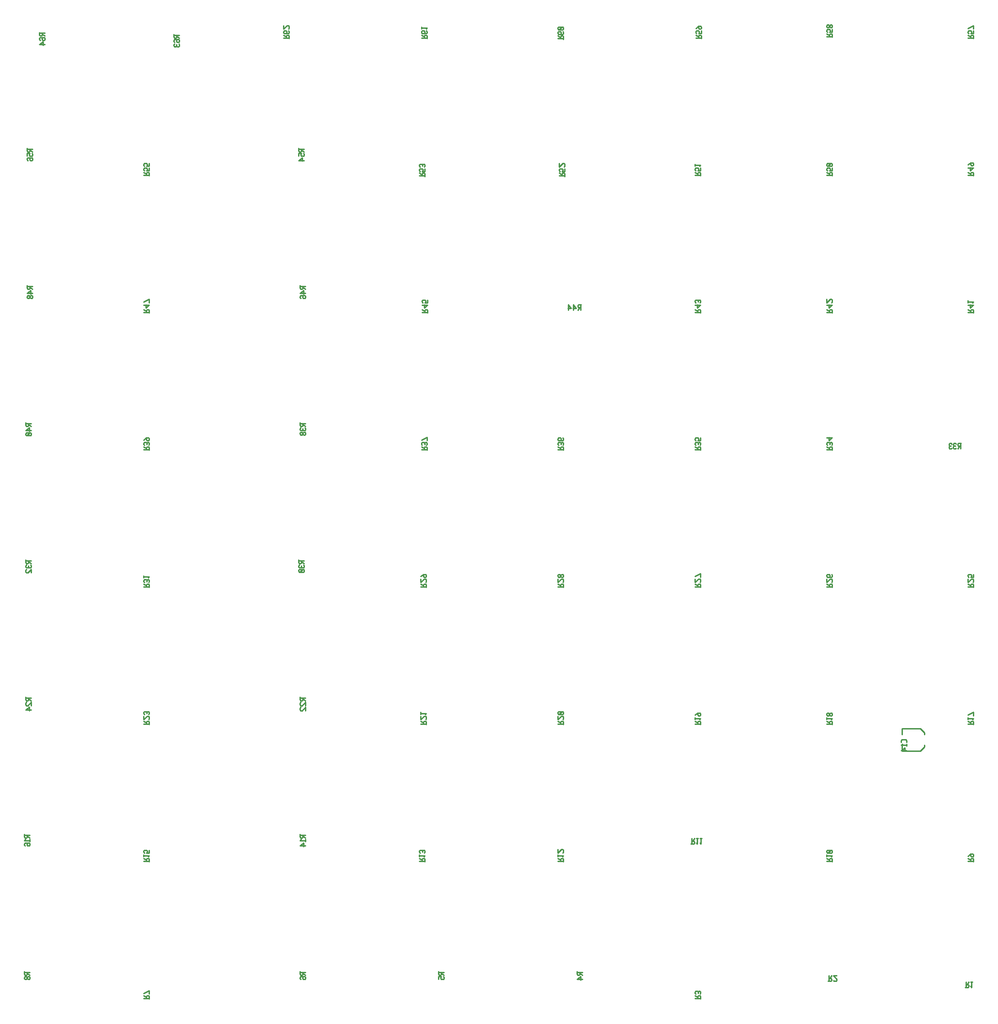
<source format=gbr>
G04 start of page 9 for group -4078 idx -4078 *
G04 Title: (unknown), bottomsilk *
G04 Creator: pcb v4.0.2-g2d695f8b *
G04 CreationDate: Sat Jan 27 08:31:28 2018 UTC *
G04 For: zhenke *
G04 Format: Gerber/RS-274X *
G04 PCB-Dimensions (mil): 7480.31 7283.46 *
G04 PCB-Coordinate-Origin: lower left *
%MOIN*%
%FSLAX25Y25*%
%LNBOTTOMSILK*%
%ADD66C,0.0100*%
G54D66*X670891Y207035D02*Y202720D01*
Y207035D02*X684269D01*
X687269Y204035D01*
Y202720D01*
X670891Y194972D02*Y190657D01*
X684269D01*
X687269Y193657D01*
Y194972D02*Y193657D01*
X617000Y22846D02*X619000D01*
X619500Y23346D01*
Y24346D01*
X619000Y24846D02*X619500Y24346D01*
X617500Y24846D02*X619000D01*
X617500Y22846D02*Y26846D01*
X618300Y24846D02*X619500Y26846D01*
X620700Y23346D02*X621200Y22846D01*
X622700D01*
X623200Y23346D01*
Y24346D01*
X620700Y26846D02*X623200Y24346D01*
X620700Y26846D02*X623200D01*
X717000Y18346D02*X719000D01*
X719500Y18846D01*
Y19846D01*
X719000Y20346D02*X719500Y19846D01*
X717500Y20346D02*X719000D01*
X717500Y18346D02*Y22346D01*
X718300Y20346D02*X719500Y22346D01*
X720700Y19146D02*X721500Y18346D01*
Y22346D01*
X720700D02*X722200D01*
X424000Y209846D02*Y211846D01*
X423500Y212346D01*
X422500D02*X423500D01*
X422000Y211846D02*X422500Y212346D01*
X422000Y210346D02*Y211846D01*
X420000Y210346D02*X424000D01*
X422000Y211146D02*X420000Y212346D01*
X423500Y213546D02*X424000Y214046D01*
Y215546D01*
X423500Y216046D01*
X422500D02*X423500D01*
X420000Y213546D02*X422500Y216046D01*
X420000Y213546D02*Y216046D01*
X420500Y217246D02*X420000Y217746D01*
X420500Y217246D02*X423500D01*
X424000Y217746D01*
Y218746D01*
X423500Y219246D01*
X420500D02*X423500D01*
X420000Y218746D02*X420500Y219246D01*
X420000Y217746D02*Y218746D01*
X421000Y217246D02*X423000Y219246D01*
X524000Y209846D02*Y211846D01*
X523500Y212346D01*
X522500D02*X523500D01*
X522000Y211846D02*X522500Y212346D01*
X522000Y210346D02*Y211846D01*
X520000Y210346D02*X524000D01*
X522000Y211146D02*X520000Y212346D01*
X523200Y213546D02*X524000Y214346D01*
X520000D02*X524000D01*
X520000Y213546D02*Y215046D01*
Y216746D02*X522000Y218246D01*
X523500D01*
X524000Y217746D02*X523500Y218246D01*
X524000Y216746D02*Y217746D01*
X523500Y216246D02*X524000Y216746D01*
X522500Y216246D02*X523500D01*
X522500D02*X522000Y216746D01*
Y218246D01*
X424000Y109846D02*Y111846D01*
X423500Y112346D01*
X422500D02*X423500D01*
X422000Y111846D02*X422500Y112346D01*
X422000Y110346D02*Y111846D01*
X420000Y110346D02*X424000D01*
X422000Y111146D02*X420000Y112346D01*
X423200Y113546D02*X424000Y114346D01*
X420000D02*X424000D01*
X420000Y113546D02*Y115046D01*
X423500Y116246D02*X424000Y116746D01*
Y118246D01*
X423500Y118746D01*
X422500D02*X423500D01*
X420000Y116246D02*X422500Y118746D01*
X420000Y116246D02*Y118746D01*
X424000Y409846D02*Y411846D01*
X423500Y412346D01*
X422500D02*X423500D01*
X422000Y411846D02*X422500Y412346D01*
X422000Y410346D02*Y411846D01*
X420000Y410346D02*X424000D01*
X422000Y411146D02*X420000Y412346D01*
X423500Y413546D02*X424000Y414046D01*
Y415046D01*
X423500Y415546D01*
X420000Y415046D02*X420500Y415546D01*
X420000Y414046D02*Y415046D01*
X420500Y413546D02*X420000Y414046D01*
X422200D02*Y415046D01*
X422700Y415546D02*X423500D01*
X420500D02*X421700D01*
X422200Y415046D01*
X422700Y415546D02*X422200Y415046D01*
X424000Y418246D02*X423500Y418746D01*
X424000Y417246D02*Y418246D01*
X423500Y416746D02*X424000Y417246D01*
X420500Y416746D02*X423500D01*
X420500D02*X420000Y417246D01*
X422200Y418246D02*X421700Y418746D01*
X422200Y416746D02*Y418246D01*
X420000Y417246D02*Y418246D01*
X420500Y418746D01*
X421700D01*
X424000Y309846D02*Y311846D01*
X423500Y312346D01*
X422500D02*X423500D01*
X422000Y311846D02*X422500Y312346D01*
X422000Y310346D02*Y311846D01*
X420000Y310346D02*X424000D01*
X422000Y311146D02*X420000Y312346D01*
X423500Y313546D02*X424000Y314046D01*
Y315546D01*
X423500Y316046D01*
X422500D02*X423500D01*
X420000Y313546D02*X422500Y316046D01*
X420000Y313546D02*Y316046D01*
X420500Y317246D02*X420000Y317746D01*
X420500Y317246D02*X421300D01*
X422000Y317946D01*
Y318546D01*
X421300Y319246D01*
X420500D02*X421300D01*
X420000Y318746D02*X420500Y319246D01*
X420000Y317746D02*Y318746D01*
X422700Y317246D02*X422000Y317946D01*
X422700Y317246D02*X423500D01*
X424000Y317746D01*
Y318746D01*
X423500Y319246D01*
X422700D02*X423500D01*
X422000Y318546D02*X422700Y319246D01*
X524000Y309846D02*Y311846D01*
X523500Y312346D01*
X522500D02*X523500D01*
X522000Y311846D02*X522500Y312346D01*
X522000Y310346D02*Y311846D01*
X520000Y310346D02*X524000D01*
X522000Y311146D02*X520000Y312346D01*
X523500Y313546D02*X524000Y314046D01*
Y315546D01*
X523500Y316046D01*
X522500D02*X523500D01*
X520000Y313546D02*X522500Y316046D01*
X520000Y313546D02*Y316046D01*
Y317746D02*X524000Y319746D01*
Y317246D02*Y319746D01*
X517000Y122846D02*X519000D01*
X519500Y123346D01*
Y124346D01*
X519000Y124846D02*X519500Y124346D01*
X517500Y124846D02*X519000D01*
X517500Y122846D02*Y126846D01*
X518300Y124846D02*X519500Y126846D01*
X520700Y123646D02*X521500Y122846D01*
Y126846D01*
X520700D02*X522200D01*
X523400Y123646D02*X524200Y122846D01*
Y126846D01*
X523400D02*X524900D01*
X434000Y27846D02*Y29846D01*
Y27846D02*X434500Y27346D01*
X435500D01*
X436000Y27846D02*X435500Y27346D01*
X436000Y27846D02*Y29346D01*
X434000D02*X438000D01*
X436000Y28546D02*X438000Y27346D01*
X436500Y26146D02*X434000Y24146D01*
X436500Y23646D02*Y26146D01*
X434000Y24146D02*X438000D01*
X524000Y9846D02*Y11846D01*
X523500Y12346D01*
X522500D02*X523500D01*
X522000Y11846D02*X522500Y12346D01*
X522000Y10346D02*Y11846D01*
X520000Y10346D02*X524000D01*
X522000Y11146D02*X520000Y12346D01*
X523500Y13546D02*X524000Y14046D01*
Y15046D01*
X523500Y15546D01*
X520000Y15046D02*X520500Y15546D01*
X520000Y14046D02*Y15046D01*
X520500Y13546D02*X520000Y14046D01*
X522200D02*Y15046D01*
X522700Y15546D02*X523500D01*
X520500D02*X521700D01*
X522200Y15046D01*
X522700Y15546D02*X522200Y15046D01*
X435000Y515846D02*X437000D01*
X435000D02*X434500Y515346D01*
Y514346D02*Y515346D01*
X435000Y513846D02*X434500Y514346D01*
X435000Y513846D02*X436500D01*
Y511846D02*Y515846D01*
X435700Y513846D02*X434500Y511846D01*
X433300Y513346D02*X431300Y515846D01*
X430800Y513346D02*X433300D01*
X431300Y511846D02*Y515846D01*
X429600Y513346D02*X427600Y515846D01*
X427100Y513346D02*X429600D01*
X427600Y511846D02*Y515846D01*
X323000Y609346D02*Y611346D01*
X322500Y611846D01*
X321500D02*X322500D01*
X321000Y611346D02*X321500Y611846D01*
X321000Y609846D02*Y611346D01*
X319000Y609846D02*X323000D01*
X321000Y610646D02*X319000Y611846D01*
X323000Y613046D02*Y615046D01*
X321000Y613046D02*X323000D01*
X321000D02*X321500Y613546D01*
Y614546D01*
X321000Y615046D01*
X319500D02*X321000D01*
X319000Y614546D02*X319500Y615046D01*
X319000Y613546D02*Y614546D01*
X319500Y613046D02*X319000Y613546D01*
X322500Y616246D02*X323000Y616746D01*
Y617746D01*
X322500Y618246D01*
X319000Y617746D02*X319500Y618246D01*
X319000Y616746D02*Y617746D01*
X319500Y616246D02*X319000Y616746D01*
X321200D02*Y617746D01*
X321700Y618246D02*X322500D01*
X319500D02*X320700D01*
X321200Y617746D01*
X321700Y618246D02*X321200Y617746D01*
X325000Y509846D02*Y511846D01*
X324500Y512346D01*
X323500D02*X324500D01*
X323000Y511846D02*X323500Y512346D01*
X323000Y510346D02*Y511846D01*
X321000Y510346D02*X325000D01*
X323000Y511146D02*X321000Y512346D01*
X322500Y513546D02*X325000Y515546D01*
X322500Y513546D02*Y516046D01*
X321000Y515546D02*X325000D01*
Y517246D02*Y519246D01*
X323000Y517246D02*X325000D01*
X323000D02*X323500Y517746D01*
Y518746D01*
X323000Y519246D01*
X321500D02*X323000D01*
X321000Y518746D02*X321500Y519246D01*
X321000Y517746D02*Y518746D01*
X321500Y517246D02*X321000Y517746D01*
X674239Y196846D02*Y198146D01*
X673539Y198846D02*X674239Y198146D01*
X670939Y198846D02*X673539D01*
X670939D02*X670239Y198146D01*
Y196846D02*Y198146D01*
X671039Y195646D02*X670239Y194846D01*
X674239D01*
Y194146D02*Y195646D01*
X672739Y192946D02*X670239Y190946D01*
X672739Y190446D02*Y192946D01*
X670239Y190946D02*X674239D01*
X620000Y209846D02*Y211846D01*
X619500Y212346D01*
X618500D02*X619500D01*
X618000Y211846D02*X618500Y212346D01*
X618000Y210346D02*Y211846D01*
X616000Y210346D02*X620000D01*
X618000Y211146D02*X616000Y212346D01*
X619200Y213546D02*X620000Y214346D01*
X616000D02*X620000D01*
X616000Y213546D02*Y215046D01*
X616500Y216246D02*X616000Y216746D01*
X616500Y216246D02*X617300D01*
X618000Y216946D01*
Y217546D01*
X617300Y218246D01*
X616500D02*X617300D01*
X616000Y217746D02*X616500Y218246D01*
X616000Y216746D02*Y217746D01*
X618700Y216246D02*X618000Y216946D01*
X618700Y216246D02*X619500D01*
X620000Y216746D01*
Y217746D01*
X619500Y218246D01*
X618700D02*X619500D01*
X618000Y217546D02*X618700Y218246D01*
X620000Y109846D02*Y111846D01*
X619500Y112346D01*
X618500D02*X619500D01*
X618000Y111846D02*X618500Y112346D01*
X618000Y110346D02*Y111846D01*
X616000Y110346D02*X620000D01*
X618000Y111146D02*X616000Y112346D01*
X619200Y113546D02*X620000Y114346D01*
X616000D02*X620000D01*
X616000Y113546D02*Y115046D01*
X616500Y116246D02*X616000Y116746D01*
X616500Y116246D02*X619500D01*
X620000Y116746D01*
Y117746D01*
X619500Y118246D01*
X616500D02*X619500D01*
X616000Y117746D02*X616500Y118246D01*
X616000Y116746D02*Y117746D01*
X617000Y116246D02*X619000Y118246D01*
X723000Y209846D02*Y211846D01*
X722500Y212346D01*
X721500D02*X722500D01*
X721000Y211846D02*X721500Y212346D01*
X721000Y210346D02*Y211846D01*
X719000Y210346D02*X723000D01*
X721000Y211146D02*X719000Y212346D01*
X722200Y213546D02*X723000Y214346D01*
X719000D02*X723000D01*
X719000Y213546D02*Y215046D01*
Y216746D02*X723000Y218746D01*
Y216246D02*Y218746D01*
Y109846D02*Y111846D01*
X722500Y112346D01*
X721500D02*X722500D01*
X721000Y111846D02*X721500Y112346D01*
X721000Y110346D02*Y111846D01*
X719000Y110346D02*X723000D01*
X721000Y111146D02*X719000Y112346D01*
Y114046D02*X721000Y115546D01*
X722500D01*
X723000Y115046D02*X722500Y115546D01*
X723000Y114046D02*Y115046D01*
X722500Y113546D02*X723000Y114046D01*
X721500Y113546D02*X722500D01*
X721500D02*X721000Y114046D01*
Y115546D01*
X232000Y127846D02*Y129846D01*
Y127846D02*X232500Y127346D01*
X233500D01*
X234000Y127846D02*X233500Y127346D01*
X234000Y127846D02*Y129346D01*
X232000D02*X236000D01*
X234000Y128546D02*X236000Y127346D01*
X232800Y126146D02*X232000Y125346D01*
X236000D01*
Y124646D02*Y126146D01*
X234500Y123446D02*X232000Y121446D01*
X234500Y120946D02*Y123446D01*
X232000Y121446D02*X236000D01*
X232000Y27846D02*Y29846D01*
Y27846D02*X232500Y27346D01*
X233500D01*
X234000Y27846D02*X233500Y27346D01*
X234000Y27846D02*Y29346D01*
X232000D02*X236000D01*
X234000Y28546D02*X236000Y27346D01*
X232000Y24646D02*X232500Y24146D01*
X232000Y24646D02*Y25646D01*
X232500Y26146D02*X232000Y25646D01*
X232500Y26146D02*X235500D01*
X236000Y25646D01*
X233800Y24646D02*X234300Y24146D01*
X233800Y24646D02*Y26146D01*
X236000Y24646D02*Y25646D01*
Y24646D02*X235500Y24146D01*
X234300D02*X235500D01*
X232000Y527846D02*Y529846D01*
Y527846D02*X232500Y527346D01*
X233500D01*
X234000Y527846D02*X233500Y527346D01*
X234000Y527846D02*Y529346D01*
X232000D02*X236000D01*
X234000Y528546D02*X236000Y527346D01*
X234500Y526146D02*X232000Y524146D01*
X234500Y523646D02*Y526146D01*
X232000Y524146D02*X236000D01*
X232000Y520946D02*X232500Y520446D01*
X232000Y520946D02*Y521946D01*
X232500Y522446D02*X232000Y521946D01*
X232500Y522446D02*X235500D01*
X236000Y521946D01*
X233800Y520946D02*X234300Y520446D01*
X233800Y520946D02*Y522446D01*
X236000Y520946D02*Y521946D01*
Y520946D02*X235500Y520446D01*
X234300D02*X235500D01*
X122000Y509846D02*Y511846D01*
X121500Y512346D01*
X120500D02*X121500D01*
X120000Y511846D02*X120500Y512346D01*
X120000Y510346D02*Y511846D01*
X118000Y510346D02*X122000D01*
X120000Y511146D02*X118000Y512346D01*
X119500Y513546D02*X122000Y515546D01*
X119500Y513546D02*Y516046D01*
X118000Y515546D02*X122000D01*
X118000Y517746D02*X122000Y519746D01*
Y517246D02*Y519746D01*
X33000Y527846D02*Y529846D01*
Y527846D02*X33500Y527346D01*
X34500D01*
X35000Y527846D02*X34500Y527346D01*
X35000Y527846D02*Y529346D01*
X33000D02*X37000D01*
X35000Y528546D02*X37000Y527346D01*
X35500Y526146D02*X33000Y524146D01*
X35500Y523646D02*Y526146D01*
X33000Y524146D02*X37000D01*
X36500Y522446D02*X37000Y521946D01*
X35700Y522446D02*X36500D01*
X35700D02*X35000Y521746D01*
Y521146D02*Y521746D01*
Y521146D02*X35700Y520446D01*
X36500D01*
X37000Y520946D02*X36500Y520446D01*
X37000Y520946D02*Y521946D01*
X34300Y522446D02*X35000Y521746D01*
X33500Y522446D02*X34300D01*
X33500D02*X33000Y521946D01*
Y520946D02*Y521946D01*
Y520946D02*X33500Y520446D01*
X34300D01*
X35000Y521146D02*X34300Y520446D01*
X32000Y427846D02*Y429846D01*
Y427846D02*X32500Y427346D01*
X33500D01*
X34000Y427846D02*X33500Y427346D01*
X34000Y427846D02*Y429346D01*
X32000D02*X36000D01*
X34000Y428546D02*X36000Y427346D01*
X34500Y426146D02*X32000Y424146D01*
X34500Y423646D02*Y426146D01*
X32000Y424146D02*X36000D01*
X35500Y422446D02*X36000Y421946D01*
X32500Y422446D02*X35500D01*
X32500D02*X32000Y421946D01*
Y420946D02*Y421946D01*
Y420946D02*X32500Y420446D01*
X35500D01*
X36000Y420946D02*X35500Y420446D01*
X36000Y420946D02*Y421946D01*
X35000Y422446D02*X33000Y420446D01*
X232000Y427846D02*Y429846D01*
Y427846D02*X232500Y427346D01*
X233500D01*
X234000Y427846D02*X233500Y427346D01*
X234000Y427846D02*Y429346D01*
X232000D02*X236000D01*
X234000Y428546D02*X236000Y427346D01*
X232500Y426146D02*X232000Y425646D01*
Y424646D02*Y425646D01*
Y424646D02*X232500Y424146D01*
X236000Y424646D02*X235500Y424146D01*
X236000Y424646D02*Y425646D01*
X235500Y426146D02*X236000Y425646D01*
X233800Y424646D02*Y425646D01*
X232500Y424146D02*X233300D01*
X234300D02*X235500D01*
X234300D02*X233800Y424646D01*
X233300Y424146D02*X233800Y424646D01*
X235500Y422946D02*X236000Y422446D01*
X234700Y422946D02*X235500D01*
X234700D02*X234000Y422246D01*
Y421646D02*Y422246D01*
Y421646D02*X234700Y420946D01*
X235500D01*
X236000Y421446D02*X235500Y420946D01*
X236000Y421446D02*Y422446D01*
X233300Y422946D02*X234000Y422246D01*
X232500Y422946D02*X233300D01*
X232500D02*X232000Y422446D01*
Y421446D02*Y422446D01*
Y421446D02*X232500Y420946D01*
X233300D01*
X234000Y421646D02*X233300Y420946D01*
X42000Y712346D02*Y714346D01*
Y712346D02*X42500Y711846D01*
X43500D01*
X44000Y712346D02*X43500Y711846D01*
X44000Y712346D02*Y713846D01*
X42000D02*X46000D01*
X44000Y713046D02*X46000Y711846D01*
X42000Y709146D02*X42500Y708646D01*
X42000Y709146D02*Y710146D01*
X42500Y710646D02*X42000Y710146D01*
X42500Y710646D02*X45500D01*
X46000Y710146D01*
X43800Y709146D02*X44300Y708646D01*
X43800Y709146D02*Y710646D01*
X46000Y709146D02*Y710146D01*
Y709146D02*X45500Y708646D01*
X44300D02*X45500D01*
X44500Y707446D02*X42000Y705446D01*
X44500Y704946D02*Y707446D01*
X42000Y705446D02*X46000D01*
X33000Y627846D02*Y629846D01*
Y627846D02*X33500Y627346D01*
X34500D01*
X35000Y627846D02*X34500Y627346D01*
X35000Y627846D02*Y629346D01*
X33000D02*X37000D01*
X35000Y628546D02*X37000Y627346D01*
X33000Y624146D02*Y626146D01*
X35000D01*
X34500Y625646D01*
Y624646D02*Y625646D01*
Y624646D02*X35000Y624146D01*
X36500D01*
X37000Y624646D02*X36500Y624146D01*
X37000Y624646D02*Y625646D01*
X36500Y626146D02*X37000Y625646D01*
X33000Y621446D02*X33500Y620946D01*
X33000Y621446D02*Y622446D01*
X33500Y622946D02*X33000Y622446D01*
X33500Y622946D02*X36500D01*
X37000Y622446D01*
X34800Y621446D02*X35300Y620946D01*
X34800Y621446D02*Y622946D01*
X37000Y621446D02*Y622446D01*
Y621446D02*X36500Y620946D01*
X35300D02*X36500D01*
X224000Y709846D02*Y711846D01*
X223500Y712346D01*
X222500D02*X223500D01*
X222000Y711846D02*X222500Y712346D01*
X222000Y710346D02*Y711846D01*
X220000Y710346D02*X224000D01*
X222000Y711146D02*X220000Y712346D01*
X224000Y715046D02*X223500Y715546D01*
X224000Y714046D02*Y715046D01*
X223500Y713546D02*X224000Y714046D01*
X220500Y713546D02*X223500D01*
X220500D02*X220000Y714046D01*
X222200Y715046D02*X221700Y715546D01*
X222200Y713546D02*Y715046D01*
X220000Y714046D02*Y715046D01*
X220500Y715546D01*
X221700D01*
X223500Y716746D02*X224000Y717246D01*
Y718746D01*
X223500Y719246D01*
X222500D02*X223500D01*
X220000Y716746D02*X222500Y719246D01*
X220000Y716746D02*Y719246D01*
X140000Y710846D02*Y712846D01*
Y710846D02*X140500Y710346D01*
X141500D01*
X142000Y710846D02*X141500Y710346D01*
X142000Y710846D02*Y712346D01*
X140000D02*X144000D01*
X142000Y711546D02*X144000Y710346D01*
X140000Y707646D02*X140500Y707146D01*
X140000Y707646D02*Y708646D01*
X140500Y709146D02*X140000Y708646D01*
X140500Y709146D02*X143500D01*
X144000Y708646D01*
X141800Y707646D02*X142300Y707146D01*
X141800Y707646D02*Y709146D01*
X144000Y707646D02*Y708646D01*
Y707646D02*X143500Y707146D01*
X142300D02*X143500D01*
X140500Y705946D02*X140000Y705446D01*
Y704446D02*Y705446D01*
Y704446D02*X140500Y703946D01*
X144000Y704446D02*X143500Y703946D01*
X144000Y704446D02*Y705446D01*
X143500Y705946D02*X144000Y705446D01*
X141800Y704446D02*Y705446D01*
X140500Y703946D02*X141300D01*
X142300D02*X143500D01*
X142300D02*X141800Y704446D01*
X141300Y703946D02*X141800Y704446D01*
X122000Y609846D02*Y611846D01*
X121500Y612346D01*
X120500D02*X121500D01*
X120000Y611846D02*X120500Y612346D01*
X120000Y610346D02*Y611846D01*
X118000Y610346D02*X122000D01*
X120000Y611146D02*X118000Y612346D01*
X122000Y613546D02*Y615546D01*
X120000Y613546D02*X122000D01*
X120000D02*X120500Y614046D01*
Y615046D01*
X120000Y615546D01*
X118500D02*X120000D01*
X118000Y615046D02*X118500Y615546D01*
X118000Y614046D02*Y615046D01*
X118500Y613546D02*X118000Y614046D01*
X122000Y616746D02*Y618746D01*
X120000Y616746D02*X122000D01*
X120000D02*X120500Y617246D01*
Y618246D01*
X120000Y618746D01*
X118500D02*X120000D01*
X118000Y618246D02*X118500Y618746D01*
X118000Y617246D02*Y618246D01*
X118500Y616746D02*X118000Y617246D01*
X231000Y627846D02*Y629846D01*
Y627846D02*X231500Y627346D01*
X232500D01*
X233000Y627846D02*X232500Y627346D01*
X233000Y627846D02*Y629346D01*
X231000D02*X235000D01*
X233000Y628546D02*X235000Y627346D01*
X231000Y624146D02*Y626146D01*
X233000D01*
X232500Y625646D01*
Y624646D02*Y625646D01*
Y624646D02*X233000Y624146D01*
X234500D01*
X235000Y624646D02*X234500Y624146D01*
X235000Y624646D02*Y625646D01*
X234500Y626146D02*X235000Y625646D01*
X233500Y622946D02*X231000Y620946D01*
X233500Y620446D02*Y622946D01*
X231000Y620946D02*X235000D01*
X122000Y409846D02*Y411846D01*
X121500Y412346D01*
X120500D02*X121500D01*
X120000Y411846D02*X120500Y412346D01*
X120000Y410346D02*Y411846D01*
X118000Y410346D02*X122000D01*
X120000Y411146D02*X118000Y412346D01*
X121500Y413546D02*X122000Y414046D01*
Y415046D01*
X121500Y415546D01*
X118000Y415046D02*X118500Y415546D01*
X118000Y414046D02*Y415046D01*
X118500Y413546D02*X118000Y414046D01*
X120200D02*Y415046D01*
X120700Y415546D02*X121500D01*
X118500D02*X119700D01*
X120200Y415046D01*
X120700Y415546D02*X120200Y415046D01*
X118000Y417246D02*X120000Y418746D01*
X121500D01*
X122000Y418246D02*X121500Y418746D01*
X122000Y417246D02*Y418246D01*
X121500Y416746D02*X122000Y417246D01*
X120500Y416746D02*X121500D01*
X120500D02*X120000Y417246D01*
Y418746D01*
X122000Y309846D02*Y311846D01*
X121500Y312346D01*
X120500D02*X121500D01*
X120000Y311846D02*X120500Y312346D01*
X120000Y310346D02*Y311846D01*
X118000Y310346D02*X122000D01*
X120000Y311146D02*X118000Y312346D01*
X121500Y313546D02*X122000Y314046D01*
Y315046D01*
X121500Y315546D01*
X118000Y315046D02*X118500Y315546D01*
X118000Y314046D02*Y315046D01*
X118500Y313546D02*X118000Y314046D01*
X120200D02*Y315046D01*
X120700Y315546D02*X121500D01*
X118500D02*X119700D01*
X120200Y315046D01*
X120700Y315546D02*X120200Y315046D01*
X121200Y316746D02*X122000Y317546D01*
X118000D02*X122000D01*
X118000Y316746D02*Y318246D01*
X122000Y209846D02*Y211846D01*
X121500Y212346D01*
X120500D02*X121500D01*
X120000Y211846D02*X120500Y212346D01*
X120000Y210346D02*Y211846D01*
X118000Y210346D02*X122000D01*
X120000Y211146D02*X118000Y212346D01*
X121500Y213546D02*X122000Y214046D01*
Y215546D01*
X121500Y216046D01*
X120500D02*X121500D01*
X118000Y213546D02*X120500Y216046D01*
X118000Y213546D02*Y216046D01*
X121500Y217246D02*X122000Y217746D01*
Y218746D01*
X121500Y219246D01*
X118000Y218746D02*X118500Y219246D01*
X118000Y217746D02*Y218746D01*
X118500Y217246D02*X118000Y217746D01*
X120200D02*Y218746D01*
X120700Y219246D02*X121500D01*
X118500D02*X119700D01*
X120200Y218746D01*
X120700Y219246D02*X120200Y218746D01*
X122000Y109846D02*Y111846D01*
X121500Y112346D01*
X120500D02*X121500D01*
X120000Y111846D02*X120500Y112346D01*
X120000Y110346D02*Y111846D01*
X118000Y110346D02*X122000D01*
X120000Y111146D02*X118000Y112346D01*
X121200Y113546D02*X122000Y114346D01*
X118000D02*X122000D01*
X118000Y113546D02*Y115046D01*
X122000Y116246D02*Y118246D01*
X120000Y116246D02*X122000D01*
X120000D02*X120500Y116746D01*
Y117746D01*
X120000Y118246D01*
X118500D02*X120000D01*
X118000Y117746D02*X118500Y118246D01*
X118000Y116746D02*Y117746D01*
X118500Y116246D02*X118000Y116746D01*
X122000Y9846D02*Y11846D01*
X121500Y12346D01*
X120500D02*X121500D01*
X120000Y11846D02*X120500Y12346D01*
X120000Y10346D02*Y11846D01*
X118000Y10346D02*X122000D01*
X120000Y11146D02*X118000Y12346D01*
Y14046D02*X122000Y16046D01*
Y13546D02*Y16046D01*
X32000Y327846D02*Y329846D01*
Y327846D02*X32500Y327346D01*
X33500D01*
X34000Y327846D02*X33500Y327346D01*
X34000Y327846D02*Y329346D01*
X32000D02*X36000D01*
X34000Y328546D02*X36000Y327346D01*
X32500Y326146D02*X32000Y325646D01*
Y324646D02*Y325646D01*
Y324646D02*X32500Y324146D01*
X36000Y324646D02*X35500Y324146D01*
X36000Y324646D02*Y325646D01*
X35500Y326146D02*X36000Y325646D01*
X33800Y324646D02*Y325646D01*
X32500Y324146D02*X33300D01*
X34300D02*X35500D01*
X34300D02*X33800Y324646D01*
X33300Y324146D02*X33800Y324646D01*
X32500Y322946D02*X32000Y322446D01*
Y320946D02*Y322446D01*
Y320946D02*X32500Y320446D01*
X33500D01*
X36000Y322946D02*X33500Y320446D01*
X36000D02*Y322946D01*
X32000Y227846D02*Y229846D01*
Y227846D02*X32500Y227346D01*
X33500D01*
X34000Y227846D02*X33500Y227346D01*
X34000Y227846D02*Y229346D01*
X32000D02*X36000D01*
X34000Y228546D02*X36000Y227346D01*
X32500Y226146D02*X32000Y225646D01*
Y224146D02*Y225646D01*
Y224146D02*X32500Y223646D01*
X33500D01*
X36000Y226146D02*X33500Y223646D01*
X36000D02*Y226146D01*
X34500Y222446D02*X32000Y220446D01*
X34500Y219946D02*Y222446D01*
X32000Y220446D02*X36000D01*
X333000Y27846D02*Y29846D01*
Y27846D02*X333500Y27346D01*
X334500D01*
X335000Y27846D02*X334500Y27346D01*
X335000Y27846D02*Y29346D01*
X333000D02*X337000D01*
X335000Y28546D02*X337000Y27346D01*
X333000Y24146D02*Y26146D01*
X335000D01*
X334500Y25646D01*
Y24646D02*Y25646D01*
Y24646D02*X335000Y24146D01*
X336500D01*
X337000Y24646D02*X336500Y24146D01*
X337000Y24646D02*Y25646D01*
X336500Y26146D02*X337000Y25646D01*
X324500Y409846D02*Y411846D01*
X324000Y412346D01*
X323000D02*X324000D01*
X322500Y411846D02*X323000Y412346D01*
X322500Y410346D02*Y411846D01*
X320500Y410346D02*X324500D01*
X322500Y411146D02*X320500Y412346D01*
X324000Y413546D02*X324500Y414046D01*
Y415046D01*
X324000Y415546D01*
X320500Y415046D02*X321000Y415546D01*
X320500Y414046D02*Y415046D01*
X321000Y413546D02*X320500Y414046D01*
X322700D02*Y415046D01*
X323200Y415546D02*X324000D01*
X321000D02*X322200D01*
X322700Y415046D01*
X323200Y415546D02*X322700Y415046D01*
X320500Y417246D02*X324500Y419246D01*
Y416746D02*Y419246D01*
X324000Y309846D02*Y311846D01*
X323500Y312346D01*
X322500D02*X323500D01*
X322000Y311846D02*X322500Y312346D01*
X322000Y310346D02*Y311846D01*
X320000Y310346D02*X324000D01*
X322000Y311146D02*X320000Y312346D01*
X323500Y313546D02*X324000Y314046D01*
Y315546D01*
X323500Y316046D01*
X322500D02*X323500D01*
X320000Y313546D02*X322500Y316046D01*
X320000Y313546D02*Y316046D01*
Y317746D02*X322000Y319246D01*
X323500D01*
X324000Y318746D02*X323500Y319246D01*
X324000Y317746D02*Y318746D01*
X323500Y317246D02*X324000Y317746D01*
X322500Y317246D02*X323500D01*
X322500D02*X322000Y317746D01*
Y319246D01*
X324000Y209846D02*Y211846D01*
X323500Y212346D01*
X322500D02*X323500D01*
X322000Y211846D02*X322500Y212346D01*
X322000Y210346D02*Y211846D01*
X320000Y210346D02*X324000D01*
X322000Y211146D02*X320000Y212346D01*
X323500Y213546D02*X324000Y214046D01*
Y215546D01*
X323500Y216046D01*
X322500D02*X323500D01*
X320000Y213546D02*X322500Y216046D01*
X320000Y213546D02*Y216046D01*
X323200Y217246D02*X324000Y218046D01*
X320000D02*X324000D01*
X320000Y217246D02*Y218746D01*
X323000Y109846D02*Y111846D01*
X322500Y112346D01*
X321500D02*X322500D01*
X321000Y111846D02*X321500Y112346D01*
X321000Y110346D02*Y111846D01*
X319000Y110346D02*X323000D01*
X321000Y111146D02*X319000Y112346D01*
X322200Y113546D02*X323000Y114346D01*
X319000D02*X323000D01*
X319000Y113546D02*Y115046D01*
X322500Y116246D02*X323000Y116746D01*
Y117746D01*
X322500Y118246D01*
X319000Y117746D02*X319500Y118246D01*
X319000Y116746D02*Y117746D01*
X319500Y116246D02*X319000Y116746D01*
X321200D02*Y117746D01*
X321700Y118246D02*X322500D01*
X319500D02*X320700D01*
X321200Y117746D01*
X321700Y118246D02*X321200Y117746D01*
X231000Y327846D02*Y329846D01*
Y327846D02*X231500Y327346D01*
X232500D01*
X233000Y327846D02*X232500Y327346D01*
X233000Y327846D02*Y329346D01*
X231000D02*X235000D01*
X233000Y328546D02*X235000Y327346D01*
X231500Y326146D02*X231000Y325646D01*
Y324646D02*Y325646D01*
Y324646D02*X231500Y324146D01*
X235000Y324646D02*X234500Y324146D01*
X235000Y324646D02*Y325646D01*
X234500Y326146D02*X235000Y325646D01*
X232800Y324646D02*Y325646D01*
X231500Y324146D02*X232300D01*
X233300D02*X234500D01*
X233300D02*X232800Y324646D01*
X232300Y324146D02*X232800Y324646D01*
X234500Y322946D02*X235000Y322446D01*
X231500Y322946D02*X234500D01*
X231500D02*X231000Y322446D01*
Y321446D02*Y322446D01*
Y321446D02*X231500Y320946D01*
X234500D01*
X235000Y321446D02*X234500Y320946D01*
X235000Y321446D02*Y322446D01*
X234000Y322946D02*X232000Y320946D01*
Y227846D02*Y229846D01*
Y227846D02*X232500Y227346D01*
X233500D01*
X234000Y227846D02*X233500Y227346D01*
X234000Y227846D02*Y229346D01*
X232000D02*X236000D01*
X234000Y228546D02*X236000Y227346D01*
X232500Y226146D02*X232000Y225646D01*
Y224146D02*Y225646D01*
Y224146D02*X232500Y223646D01*
X233500D01*
X236000Y226146D02*X233500Y223646D01*
X236000D02*Y226146D01*
X232500Y222446D02*X232000Y221946D01*
Y220446D02*Y221946D01*
Y220446D02*X232500Y219946D01*
X233500D01*
X236000Y222446D02*X233500Y219946D01*
X236000D02*Y222446D01*
X31000Y127846D02*Y129846D01*
Y127846D02*X31500Y127346D01*
X32500D01*
X33000Y127846D02*X32500Y127346D01*
X33000Y127846D02*Y129346D01*
X31000D02*X35000D01*
X33000Y128546D02*X35000Y127346D01*
X31800Y126146D02*X31000Y125346D01*
X35000D01*
Y124646D02*Y126146D01*
X31000Y121946D02*X31500Y121446D01*
X31000Y121946D02*Y122946D01*
X31500Y123446D02*X31000Y122946D01*
X31500Y123446D02*X34500D01*
X35000Y122946D01*
X32800Y121946D02*X33300Y121446D01*
X32800Y121946D02*Y123446D01*
X35000Y121946D02*Y122946D01*
Y121946D02*X34500Y121446D01*
X33300D02*X34500D01*
X31000Y27846D02*Y29846D01*
Y27846D02*X31500Y27346D01*
X32500D01*
X33000Y27846D02*X32500Y27346D01*
X33000Y27846D02*Y29346D01*
X31000D02*X35000D01*
X33000Y28546D02*X35000Y27346D01*
X34500Y26146D02*X35000Y25646D01*
X33700Y26146D02*X34500D01*
X33700D02*X33000Y25446D01*
Y24846D02*Y25446D01*
Y24846D02*X33700Y24146D01*
X34500D01*
X35000Y24646D02*X34500Y24146D01*
X35000Y24646D02*Y25646D01*
X32300Y26146D02*X33000Y25446D01*
X31500Y26146D02*X32300D01*
X31500D02*X31000Y25646D01*
Y24646D02*Y25646D01*
Y24646D02*X31500Y24146D01*
X32300D01*
X33000Y24846D02*X32300Y24146D01*
X620000Y710846D02*Y712846D01*
X619500Y713346D01*
X618500D02*X619500D01*
X618000Y712846D02*X618500Y713346D01*
X618000Y711346D02*Y712846D01*
X616000Y711346D02*X620000D01*
X618000Y712146D02*X616000Y713346D01*
X620000Y714546D02*Y716546D01*
X618000Y714546D02*X620000D01*
X618000D02*X618500Y715046D01*
Y716046D01*
X618000Y716546D01*
X616500D02*X618000D01*
X616000Y716046D02*X616500Y716546D01*
X616000Y715046D02*Y716046D01*
X616500Y714546D02*X616000Y715046D01*
X616500Y717746D02*X616000Y718246D01*
X616500Y717746D02*X617300D01*
X618000Y718446D01*
Y719046D01*
X617300Y719746D01*
X616500D02*X617300D01*
X616000Y719246D02*X616500Y719746D01*
X616000Y718246D02*Y719246D01*
X618700Y717746D02*X618000Y718446D01*
X618700Y717746D02*X619500D01*
X620000Y718246D01*
Y719246D01*
X619500Y719746D01*
X618700D02*X619500D01*
X618000Y719046D02*X618700Y719746D01*
X524500Y709846D02*Y711846D01*
X524000Y712346D01*
X523000D02*X524000D01*
X522500Y711846D02*X523000Y712346D01*
X522500Y710346D02*Y711846D01*
X520500Y710346D02*X524500D01*
X522500Y711146D02*X520500Y712346D01*
X524500Y713546D02*Y715546D01*
X522500Y713546D02*X524500D01*
X522500D02*X523000Y714046D01*
Y715046D01*
X522500Y715546D01*
X521000D02*X522500D01*
X520500Y715046D02*X521000Y715546D01*
X520500Y714046D02*Y715046D01*
X521000Y713546D02*X520500Y714046D01*
Y717246D02*X522500Y718746D01*
X524000D01*
X524500Y718246D02*X524000Y718746D01*
X524500Y717246D02*Y718246D01*
X524000Y716746D02*X524500Y717246D01*
X523000Y716746D02*X524000D01*
X523000D02*X522500Y717246D01*
Y718746D01*
X424000Y709346D02*Y711346D01*
X423500Y711846D01*
X422500D02*X423500D01*
X422000Y711346D02*X422500Y711846D01*
X422000Y709846D02*Y711346D01*
X420000Y709846D02*X424000D01*
X422000Y710646D02*X420000Y711846D01*
X424000Y714546D02*X423500Y715046D01*
X424000Y713546D02*Y714546D01*
X423500Y713046D02*X424000Y713546D01*
X420500Y713046D02*X423500D01*
X420500D02*X420000Y713546D01*
X422200Y714546D02*X421700Y715046D01*
X422200Y713046D02*Y714546D01*
X420000Y713546D02*Y714546D01*
X420500Y715046D01*
X421700D01*
X420500Y716246D02*X420000Y716746D01*
X420500Y716246D02*X423500D01*
X424000Y716746D01*
Y717746D01*
X423500Y718246D01*
X420500D02*X423500D01*
X420000Y717746D02*X420500Y718246D01*
X420000Y716746D02*Y717746D01*
X421000Y716246D02*X423000Y718246D01*
X324500Y709846D02*Y711846D01*
X324000Y712346D01*
X323000D02*X324000D01*
X322500Y711846D02*X323000Y712346D01*
X322500Y710346D02*Y711846D01*
X320500Y710346D02*X324500D01*
X322500Y711146D02*X320500Y712346D01*
X324500Y715046D02*X324000Y715546D01*
X324500Y714046D02*Y715046D01*
X324000Y713546D02*X324500Y714046D01*
X321000Y713546D02*X324000D01*
X321000D02*X320500Y714046D01*
X322700Y715046D02*X322200Y715546D01*
X322700Y713546D02*Y715046D01*
X320500Y714046D02*Y715046D01*
X321000Y715546D01*
X322200D01*
X323700Y716746D02*X324500Y717546D01*
X320500D02*X324500D01*
X320500Y716746D02*Y718246D01*
X425000Y609346D02*Y611346D01*
X424500Y611846D01*
X423500D02*X424500D01*
X423000Y611346D02*X423500Y611846D01*
X423000Y609846D02*Y611346D01*
X421000Y609846D02*X425000D01*
X423000Y610646D02*X421000Y611846D01*
X425000Y613046D02*Y615046D01*
X423000Y613046D02*X425000D01*
X423000D02*X423500Y613546D01*
Y614546D01*
X423000Y615046D01*
X421500D02*X423000D01*
X421000Y614546D02*X421500Y615046D01*
X421000Y613546D02*Y614546D01*
X421500Y613046D02*X421000Y613546D01*
X424500Y616246D02*X425000Y616746D01*
Y618246D01*
X424500Y618746D01*
X423500D02*X424500D01*
X421000Y616246D02*X423500Y618746D01*
X421000Y616246D02*Y618746D01*
X620000Y609846D02*Y611846D01*
X619500Y612346D01*
X618500D02*X619500D01*
X618000Y611846D02*X618500Y612346D01*
X618000Y610346D02*Y611846D01*
X616000Y610346D02*X620000D01*
X618000Y611146D02*X616000Y612346D01*
X620000Y613546D02*Y615546D01*
X618000Y613546D02*X620000D01*
X618000D02*X618500Y614046D01*
Y615046D01*
X618000Y615546D01*
X616500D02*X618000D01*
X616000Y615046D02*X616500Y615546D01*
X616000Y614046D02*Y615046D01*
X616500Y613546D02*X616000Y614046D01*
X616500Y616746D02*X616000Y617246D01*
X616500Y616746D02*X619500D01*
X620000Y617246D01*
Y618246D01*
X619500Y618746D01*
X616500D02*X619500D01*
X616000Y618246D02*X616500Y618746D01*
X616000Y617246D02*Y618246D01*
X617000Y616746D02*X619000Y618746D01*
X524000Y609846D02*Y611846D01*
X523500Y612346D01*
X522500D02*X523500D01*
X522000Y611846D02*X522500Y612346D01*
X522000Y610346D02*Y611846D01*
X520000Y610346D02*X524000D01*
X522000Y611146D02*X520000Y612346D01*
X524000Y613546D02*Y615546D01*
X522000Y613546D02*X524000D01*
X522000D02*X522500Y614046D01*
Y615046D01*
X522000Y615546D01*
X520500D02*X522000D01*
X520000Y615046D02*X520500Y615546D01*
X520000Y614046D02*Y615046D01*
X520500Y613546D02*X520000Y614046D01*
X523200Y616746D02*X524000Y617546D01*
X520000D02*X524000D01*
X520000Y616746D02*Y618246D01*
X723000Y709846D02*Y711846D01*
X722500Y712346D01*
X721500D02*X722500D01*
X721000Y711846D02*X721500Y712346D01*
X721000Y710346D02*Y711846D01*
X719000Y710346D02*X723000D01*
X721000Y711146D02*X719000Y712346D01*
X723000Y713546D02*Y715546D01*
X721000Y713546D02*X723000D01*
X721000D02*X721500Y714046D01*
Y715046D01*
X721000Y715546D01*
X719500D02*X721000D01*
X719000Y715046D02*X719500Y715546D01*
X719000Y714046D02*Y715046D01*
X719500Y713546D02*X719000Y714046D01*
Y717246D02*X723000Y719246D01*
Y716746D02*Y719246D01*
Y609846D02*Y611846D01*
X722500Y612346D01*
X721500D02*X722500D01*
X721000Y611846D02*X721500Y612346D01*
X721000Y610346D02*Y611846D01*
X719000Y610346D02*X723000D01*
X721000Y611146D02*X719000Y612346D01*
X720500Y613546D02*X723000Y615546D01*
X720500Y613546D02*Y616046D01*
X719000Y615546D02*X723000D01*
X719000Y617746D02*X721000Y619246D01*
X722500D01*
X723000Y618746D02*X722500Y619246D01*
X723000Y617746D02*Y618746D01*
X722500Y617246D02*X723000Y617746D01*
X721500Y617246D02*X722500D01*
X721500D02*X721000Y617746D01*
Y619246D01*
X723000Y509846D02*Y511846D01*
X722500Y512346D01*
X721500D02*X722500D01*
X721000Y511846D02*X721500Y512346D01*
X721000Y510346D02*Y511846D01*
X719000Y510346D02*X723000D01*
X721000Y511146D02*X719000Y512346D01*
X720500Y513546D02*X723000Y515546D01*
X720500Y513546D02*Y516046D01*
X719000Y515546D02*X723000D01*
X722200Y517246D02*X723000Y518046D01*
X719000D02*X723000D01*
X719000Y517246D02*Y518746D01*
X620000Y509846D02*Y511846D01*
X619500Y512346D01*
X618500D02*X619500D01*
X618000Y511846D02*X618500Y512346D01*
X618000Y510346D02*Y511846D01*
X616000Y510346D02*X620000D01*
X618000Y511146D02*X616000Y512346D01*
X617500Y513546D02*X620000Y515546D01*
X617500Y513546D02*Y516046D01*
X616000Y515546D02*X620000D01*
X619500Y517246D02*X620000Y517746D01*
Y519246D01*
X619500Y519746D01*
X618500D02*X619500D01*
X616000Y517246D02*X618500Y519746D01*
X616000Y517246D02*Y519746D01*
X620000Y409846D02*Y411846D01*
X619500Y412346D01*
X618500D02*X619500D01*
X618000Y411846D02*X618500Y412346D01*
X618000Y410346D02*Y411846D01*
X616000Y410346D02*X620000D01*
X618000Y411146D02*X616000Y412346D01*
X619500Y413546D02*X620000Y414046D01*
Y415046D01*
X619500Y415546D01*
X616000Y415046D02*X616500Y415546D01*
X616000Y414046D02*Y415046D01*
X616500Y413546D02*X616000Y414046D01*
X618200D02*Y415046D01*
X618700Y415546D02*X619500D01*
X616500D02*X617700D01*
X618200Y415046D01*
X618700Y415546D02*X618200Y415046D01*
X617500Y416746D02*X620000Y418746D01*
X617500Y416746D02*Y419246D01*
X616000Y418746D02*X620000D01*
Y309846D02*Y311846D01*
X619500Y312346D01*
X618500D02*X619500D01*
X618000Y311846D02*X618500Y312346D01*
X618000Y310346D02*Y311846D01*
X616000Y310346D02*X620000D01*
X618000Y311146D02*X616000Y312346D01*
X619500Y313546D02*X620000Y314046D01*
Y315546D01*
X619500Y316046D01*
X618500D02*X619500D01*
X616000Y313546D02*X618500Y316046D01*
X616000Y313546D02*Y316046D01*
X620000Y318746D02*X619500Y319246D01*
X620000Y317746D02*Y318746D01*
X619500Y317246D02*X620000Y317746D01*
X616500Y317246D02*X619500D01*
X616500D02*X616000Y317746D01*
X618200Y318746D02*X617700Y319246D01*
X618200Y317246D02*Y318746D01*
X616000Y317746D02*Y318746D01*
X616500Y319246D01*
X617700D01*
X723000Y309846D02*Y311846D01*
X722500Y312346D01*
X721500D02*X722500D01*
X721000Y311846D02*X721500Y312346D01*
X721000Y310346D02*Y311846D01*
X719000Y310346D02*X723000D01*
X721000Y311146D02*X719000Y312346D01*
X722500Y313546D02*X723000Y314046D01*
Y315546D01*
X722500Y316046D01*
X721500D02*X722500D01*
X719000Y313546D02*X721500Y316046D01*
X719000Y313546D02*Y316046D01*
X723000Y317246D02*Y319246D01*
X721000Y317246D02*X723000D01*
X721000D02*X721500Y317746D01*
Y318746D01*
X721000Y319246D01*
X719500D02*X721000D01*
X719000Y318746D02*X719500Y319246D01*
X719000Y317746D02*Y318746D01*
X719500Y317246D02*X719000Y317746D01*
X712000Y414846D02*X714000D01*
X712000D02*X711500Y414346D01*
Y413346D02*Y414346D01*
X712000Y412846D02*X711500Y413346D01*
X712000Y412846D02*X713500D01*
Y410846D02*Y414846D01*
X712700Y412846D02*X711500Y410846D01*
X710300Y414346D02*X709800Y414846D01*
X708800D02*X709800D01*
X708800D02*X708300Y414346D01*
X708800Y410846D02*X708300Y411346D01*
X708800Y410846D02*X709800D01*
X710300Y411346D02*X709800Y410846D01*
X708800Y413046D02*X709800D01*
X708300Y413546D02*Y414346D01*
Y411346D02*Y412546D01*
X708800Y413046D01*
X708300Y413546D02*X708800Y413046D01*
X707100Y414346D02*X706600Y414846D01*
X705600D02*X706600D01*
X705600D02*X705100Y414346D01*
X705600Y410846D02*X705100Y411346D01*
X705600Y410846D02*X706600D01*
X707100Y411346D02*X706600Y410846D01*
X705600Y413046D02*X706600D01*
X705100Y413546D02*Y414346D01*
Y411346D02*Y412546D01*
X705600Y413046D01*
X705100Y413546D02*X705600Y413046D01*
X524000Y509846D02*Y511846D01*
X523500Y512346D01*
X522500D02*X523500D01*
X522000Y511846D02*X522500Y512346D01*
X522000Y510346D02*Y511846D01*
X520000Y510346D02*X524000D01*
X522000Y511146D02*X520000Y512346D01*
X521500Y513546D02*X524000Y515546D01*
X521500Y513546D02*Y516046D01*
X520000Y515546D02*X524000D01*
X523500Y517246D02*X524000Y517746D01*
Y518746D01*
X523500Y519246D01*
X520000Y518746D02*X520500Y519246D01*
X520000Y517746D02*Y518746D01*
X520500Y517246D02*X520000Y517746D01*
X522200D02*Y518746D01*
X522700Y519246D02*X523500D01*
X520500D02*X521700D01*
X522200Y518746D01*
X522700Y519246D02*X522200Y518746D01*
X524000Y409846D02*Y411846D01*
X523500Y412346D01*
X522500D02*X523500D01*
X522000Y411846D02*X522500Y412346D01*
X522000Y410346D02*Y411846D01*
X520000Y410346D02*X524000D01*
X522000Y411146D02*X520000Y412346D01*
X523500Y413546D02*X524000Y414046D01*
Y415046D01*
X523500Y415546D01*
X520000Y415046D02*X520500Y415546D01*
X520000Y414046D02*Y415046D01*
X520500Y413546D02*X520000Y414046D01*
X522200D02*Y415046D01*
X522700Y415546D02*X523500D01*
X520500D02*X521700D01*
X522200Y415046D01*
X522700Y415546D02*X522200Y415046D01*
X524000Y416746D02*Y418746D01*
X522000Y416746D02*X524000D01*
X522000D02*X522500Y417246D01*
Y418246D01*
X522000Y418746D01*
X520500D02*X522000D01*
X520000Y418246D02*X520500Y418746D01*
X520000Y417246D02*Y418246D01*
X520500Y416746D02*X520000Y417246D01*
M02*

</source>
